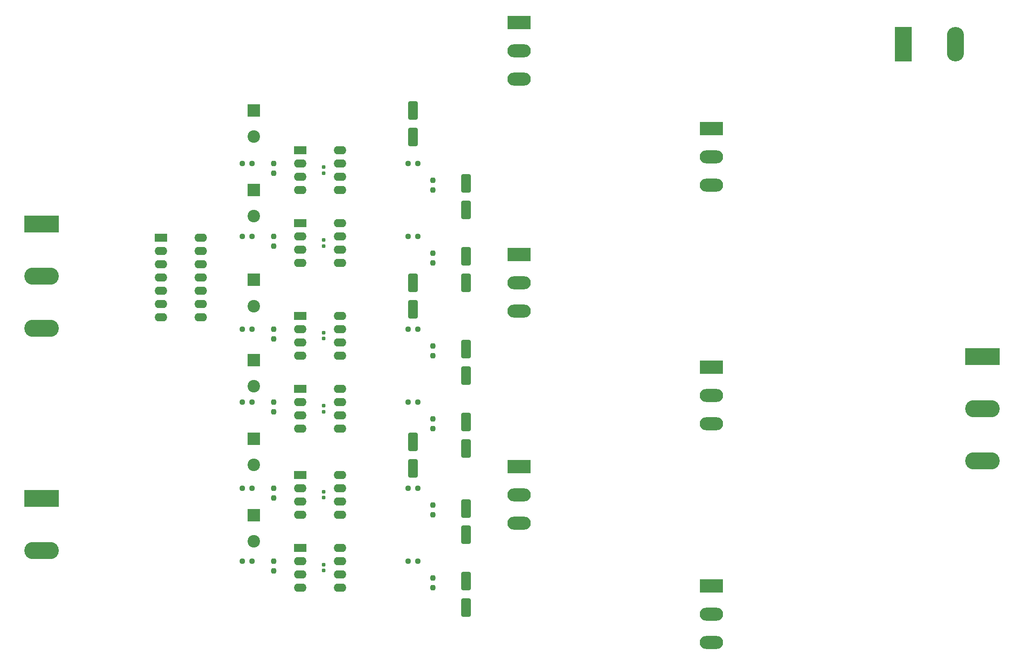
<source format=gbr>
%TF.GenerationSoftware,KiCad,Pcbnew,7.0.1*%
%TF.CreationDate,2023-04-13T18:21:33+09:00*%
%TF.ProjectId,motor_driver,6d6f746f-725f-4647-9269-7665722e6b69,rev?*%
%TF.SameCoordinates,Original*%
%TF.FileFunction,Soldermask,Bot*%
%TF.FilePolarity,Negative*%
%FSLAX46Y46*%
G04 Gerber Fmt 4.6, Leading zero omitted, Abs format (unit mm)*
G04 Created by KiCad (PCBNEW 7.0.1) date 2023-04-13 18:21:33*
%MOMM*%
%LPD*%
G01*
G04 APERTURE LIST*
G04 Aperture macros list*
%AMRoundRect*
0 Rectangle with rounded corners*
0 $1 Rounding radius*
0 $2 $3 $4 $5 $6 $7 $8 $9 X,Y pos of 4 corners*
0 Add a 4 corners polygon primitive as box body*
4,1,4,$2,$3,$4,$5,$6,$7,$8,$9,$2,$3,0*
0 Add four circle primitives for the rounded corners*
1,1,$1+$1,$2,$3*
1,1,$1+$1,$4,$5*
1,1,$1+$1,$6,$7*
1,1,$1+$1,$8,$9*
0 Add four rect primitives between the rounded corners*
20,1,$1+$1,$2,$3,$4,$5,0*
20,1,$1+$1,$4,$5,$6,$7,0*
20,1,$1+$1,$6,$7,$8,$9,0*
20,1,$1+$1,$8,$9,$2,$3,0*%
G04 Aperture macros list end*
%ADD10R,2.400000X1.600000*%
%ADD11O,2.400000X1.600000*%
%ADD12R,2.400000X2.400000*%
%ADD13C,2.400000*%
%ADD14R,4.500000X2.500000*%
%ADD15O,4.500000X2.500000*%
%ADD16R,6.600000X3.300000*%
%ADD17O,6.600000X3.300000*%
%ADD18R,3.300000X6.600000*%
%ADD19O,3.300000X6.600000*%
%ADD20RoundRect,0.250000X0.650000X-1.500000X0.650000X1.500000X-0.650000X1.500000X-0.650000X-1.500000X0*%
%ADD21RoundRect,0.155000X-0.155000X0.212500X-0.155000X-0.212500X0.155000X-0.212500X0.155000X0.212500X0*%
%ADD22RoundRect,0.237500X-0.250000X-0.237500X0.250000X-0.237500X0.250000X0.237500X-0.250000X0.237500X0*%
%ADD23RoundRect,0.237500X0.237500X-0.250000X0.237500X0.250000X-0.237500X0.250000X-0.237500X-0.250000X0*%
%ADD24RoundRect,0.237500X-0.237500X0.250000X-0.237500X-0.250000X0.237500X-0.250000X0.237500X0.250000X0*%
G04 APERTURE END LIST*
D10*
%TO.C,U8*%
X89080000Y-109220000D03*
D11*
X89080000Y-111760000D03*
X89080000Y-114300000D03*
X89080000Y-116840000D03*
X96700000Y-116840000D03*
X96700000Y-114300000D03*
X96700000Y-111760000D03*
X96700000Y-109220000D03*
%TD*%
D10*
%TO.C,U9*%
X89080000Y-123190000D03*
D11*
X89080000Y-125730000D03*
X89080000Y-128270000D03*
X89080000Y-130810000D03*
X96700000Y-130810000D03*
X96700000Y-128270000D03*
X96700000Y-125730000D03*
X96700000Y-123190000D03*
%TD*%
D12*
%TO.C,C8*%
X80190000Y-87211000D03*
D13*
X80190000Y-92211000D03*
%TD*%
D14*
%TO.C,Q2*%
X167820000Y-42810000D03*
D15*
X167820000Y-48260000D03*
X167820000Y-53710000D03*
%TD*%
D14*
%TO.C,Q6*%
X167820000Y-130440000D03*
D15*
X167820000Y-135890000D03*
X167820000Y-141340000D03*
%TD*%
D14*
%TO.C,Q5*%
X130990000Y-107580000D03*
D15*
X130990000Y-113030000D03*
X130990000Y-118480000D03*
%TD*%
D12*
%TO.C,C7*%
X80190000Y-71835000D03*
D13*
X80190000Y-76835000D03*
%TD*%
D16*
%TO.C,J2*%
X39550000Y-61120000D03*
D17*
X39550000Y-71120000D03*
X39550000Y-81120000D03*
%TD*%
D12*
%TO.C,C3*%
X80190000Y-39370000D03*
D13*
X80190000Y-44370000D03*
%TD*%
D14*
%TO.C,Q3*%
X130990000Y-66940000D03*
D15*
X130990000Y-72390000D03*
X130990000Y-77840000D03*
%TD*%
D10*
%TO.C,U6*%
X89080000Y-78740000D03*
D11*
X89080000Y-81280000D03*
X89080000Y-83820000D03*
X89080000Y-86360000D03*
X96700000Y-86360000D03*
X96700000Y-83820000D03*
X96700000Y-81280000D03*
X96700000Y-78740000D03*
%TD*%
D10*
%TO.C,U7*%
X89080000Y-92710000D03*
D11*
X89080000Y-95250000D03*
X89080000Y-97790000D03*
X89080000Y-100330000D03*
X96700000Y-100330000D03*
X96700000Y-97790000D03*
X96700000Y-95250000D03*
X96700000Y-92710000D03*
%TD*%
D14*
%TO.C,Q4*%
X167820000Y-88530000D03*
D15*
X167820000Y-93980000D03*
X167820000Y-99430000D03*
%TD*%
D18*
%TO.C,J1*%
X204550000Y-26670000D03*
D19*
X214550000Y-26670000D03*
%TD*%
D10*
%TO.C,U5*%
X89080000Y-60960000D03*
D11*
X89080000Y-63500000D03*
X89080000Y-66040000D03*
X89080000Y-68580000D03*
X96700000Y-68580000D03*
X96700000Y-66040000D03*
X96700000Y-63500000D03*
X96700000Y-60960000D03*
%TD*%
D10*
%TO.C,U4*%
X89065000Y-47000000D03*
D11*
X89065000Y-49540000D03*
X89065000Y-52080000D03*
X89065000Y-54620000D03*
X96685000Y-54620000D03*
X96685000Y-52080000D03*
X96685000Y-49540000D03*
X96685000Y-47000000D03*
%TD*%
D16*
%TO.C,J3*%
X39550000Y-113665000D03*
D17*
X39550000Y-123665000D03*
%TD*%
D12*
%TO.C,C11*%
X80190000Y-102235000D03*
D13*
X80190000Y-107235000D03*
%TD*%
D12*
%TO.C,C4*%
X80190000Y-116920000D03*
D13*
X80190000Y-121920000D03*
%TD*%
D12*
%TO.C,C12*%
X80190000Y-54610000D03*
D13*
X80190000Y-59610000D03*
%TD*%
D16*
%TO.C,J8*%
X219710000Y-86520000D03*
D17*
X219710000Y-96520000D03*
X219710000Y-106520000D03*
%TD*%
D14*
%TO.C,Q1*%
X130990000Y-22490000D03*
D15*
X130990000Y-27940000D03*
X130990000Y-33390000D03*
%TD*%
D10*
%TO.C,U1*%
X62410000Y-63754000D03*
D11*
X62410000Y-66294000D03*
X62410000Y-68834000D03*
X62410000Y-71374000D03*
X62410000Y-73914000D03*
X62410000Y-76454000D03*
X62410000Y-78994000D03*
X70030000Y-78994000D03*
X70030000Y-76454000D03*
X70030000Y-73914000D03*
X70030000Y-71374000D03*
X70030000Y-68834000D03*
X70030000Y-66294000D03*
X70030000Y-63754000D03*
%TD*%
D20*
%TO.C,D1*%
X110670000Y-44410000D03*
X110670000Y-39410000D03*
%TD*%
D21*
%TO.C,C9*%
X93525000Y-112395000D03*
X93525000Y-113530000D03*
%TD*%
D22*
%TO.C,R19*%
X78007500Y-111760000D03*
X79832500Y-111760000D03*
%TD*%
D23*
%TO.C,R11*%
X114480000Y-54610000D03*
X114480000Y-52785000D03*
%TD*%
D22*
%TO.C,R21*%
X109757500Y-111760000D03*
X111582500Y-111760000D03*
%TD*%
D24*
%TO.C,R3*%
X84000000Y-81280000D03*
X84000000Y-83105000D03*
%TD*%
D21*
%TO.C,C1*%
X93525000Y-50232500D03*
X93525000Y-51367500D03*
%TD*%
D23*
%TO.C,R24*%
X114480000Y-130810000D03*
X114480000Y-128985000D03*
%TD*%
D21*
%TO.C,C2*%
X93525000Y-64202500D03*
X93525000Y-65337500D03*
%TD*%
D22*
%TO.C,R7*%
X78007500Y-49530000D03*
X79832500Y-49530000D03*
%TD*%
%TO.C,R9*%
X109757500Y-49530000D03*
X111582500Y-49530000D03*
%TD*%
%TO.C,R20*%
X78007500Y-125730000D03*
X79832500Y-125730000D03*
%TD*%
D23*
%TO.C,R23*%
X114480000Y-116840000D03*
X114480000Y-115015000D03*
%TD*%
D20*
%TO.C,D8*%
X120830000Y-120650000D03*
X120830000Y-115650000D03*
%TD*%
%TO.C,D4*%
X120830000Y-58380000D03*
X120830000Y-53380000D03*
%TD*%
%TO.C,D7*%
X120830000Y-104100000D03*
X120830000Y-99100000D03*
%TD*%
%TO.C,D3*%
X110670000Y-107910000D03*
X110670000Y-102910000D03*
%TD*%
D24*
%TO.C,R5*%
X84000000Y-111760000D03*
X84000000Y-113585000D03*
%TD*%
D22*
%TO.C,R8*%
X78007500Y-63500000D03*
X79832500Y-63500000D03*
%TD*%
%TO.C,R14*%
X78007500Y-95250000D03*
X79832500Y-95250000D03*
%TD*%
D23*
%TO.C,R12*%
X114480000Y-68580000D03*
X114480000Y-66755000D03*
%TD*%
D22*
%TO.C,R13*%
X78007500Y-81280000D03*
X79832500Y-81280000D03*
%TD*%
D21*
%TO.C,C6*%
X93525000Y-95952500D03*
X93525000Y-97087500D03*
%TD*%
%TO.C,C10*%
X93525000Y-126365000D03*
X93525000Y-127500000D03*
%TD*%
D24*
%TO.C,R2*%
X84000000Y-63500000D03*
X84000000Y-65325000D03*
%TD*%
D22*
%TO.C,R10*%
X109757500Y-63500000D03*
X111582500Y-63500000D03*
%TD*%
D24*
%TO.C,R6*%
X84000000Y-125730000D03*
X84000000Y-127555000D03*
%TD*%
D23*
%TO.C,R17*%
X114480000Y-86360000D03*
X114480000Y-84535000D03*
%TD*%
%TO.C,R18*%
X114480000Y-100330000D03*
X114480000Y-98505000D03*
%TD*%
D24*
%TO.C,R1*%
X84000000Y-49530000D03*
X84000000Y-51355000D03*
%TD*%
D20*
%TO.C,D2*%
X110670000Y-77430000D03*
X110670000Y-72430000D03*
%TD*%
%TO.C,D6*%
X120830000Y-90130000D03*
X120830000Y-85130000D03*
%TD*%
%TO.C,D5*%
X120830000Y-72350000D03*
X120830000Y-67350000D03*
%TD*%
D22*
%TO.C,R16*%
X109757500Y-95250000D03*
X111582500Y-95250000D03*
%TD*%
D21*
%TO.C,C5*%
X93525000Y-81915000D03*
X93525000Y-83050000D03*
%TD*%
D24*
%TO.C,R4*%
X84000000Y-95250000D03*
X84000000Y-97075000D03*
%TD*%
D22*
%TO.C,R22*%
X109757500Y-125730000D03*
X111582500Y-125730000D03*
%TD*%
%TO.C,R15*%
X109757500Y-81280000D03*
X111582500Y-81280000D03*
%TD*%
D20*
%TO.C,D9*%
X120830000Y-134580000D03*
X120830000Y-129580000D03*
%TD*%
M02*

</source>
